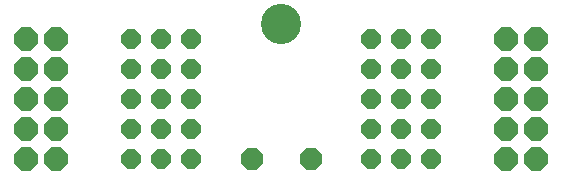
<source format=gts>
G04 EAGLE Gerber X2 export*
%TF.Part,Single*%
%TF.FileFunction,Other,Top Soldermask*%
%TF.FilePolarity,Positive*%
%TF.GenerationSoftware,Autodesk,EAGLE,8.7.1*%
%TF.CreationDate,2018-03-29T20:09:46Z*%
G75*
%MOMM*%
%FSLAX34Y34*%
%LPD*%
%AMOC8*
5,1,8,0,0,1.08239X$1,22.5*%
G01*
%ADD10P,1.759533X8X22.500000*%
%ADD11P,1.759533X8X202.500000*%
%ADD12P,2.048207X8X112.500000*%
%ADD13P,2.144431X8X112.500000*%
%ADD14C,3.403600*%


D10*
X165100Y152400D03*
X165100Y127000D03*
X165100Y101600D03*
X165100Y76200D03*
X165100Y50800D03*
X139700Y152400D03*
X139700Y127000D03*
X139700Y101600D03*
X139700Y76200D03*
X139700Y50800D03*
D11*
X114300Y50800D03*
X114300Y76200D03*
X114300Y101600D03*
X114300Y127000D03*
X114300Y152400D03*
X317500Y50800D03*
X317500Y76200D03*
X317500Y101600D03*
X317500Y127000D03*
X317500Y152400D03*
X342900Y50800D03*
X342900Y76200D03*
X342900Y101600D03*
X342900Y127000D03*
X342900Y152400D03*
X368300Y50800D03*
X368300Y76200D03*
X368300Y101600D03*
X368300Y127000D03*
X368300Y152400D03*
D12*
X216300Y50800D03*
X266300Y50800D03*
D13*
X50800Y50800D03*
X25400Y50800D03*
X50800Y76200D03*
X25400Y76200D03*
X50800Y101600D03*
X25400Y101600D03*
X50800Y127000D03*
X25400Y127000D03*
X50800Y152400D03*
X25400Y152400D03*
X457200Y50800D03*
X431800Y50800D03*
X457200Y76200D03*
X431800Y76200D03*
X457200Y101600D03*
X431800Y101600D03*
X457200Y127000D03*
X431800Y127000D03*
X457200Y152400D03*
X431800Y152400D03*
D14*
X241300Y165100D03*
M02*

</source>
